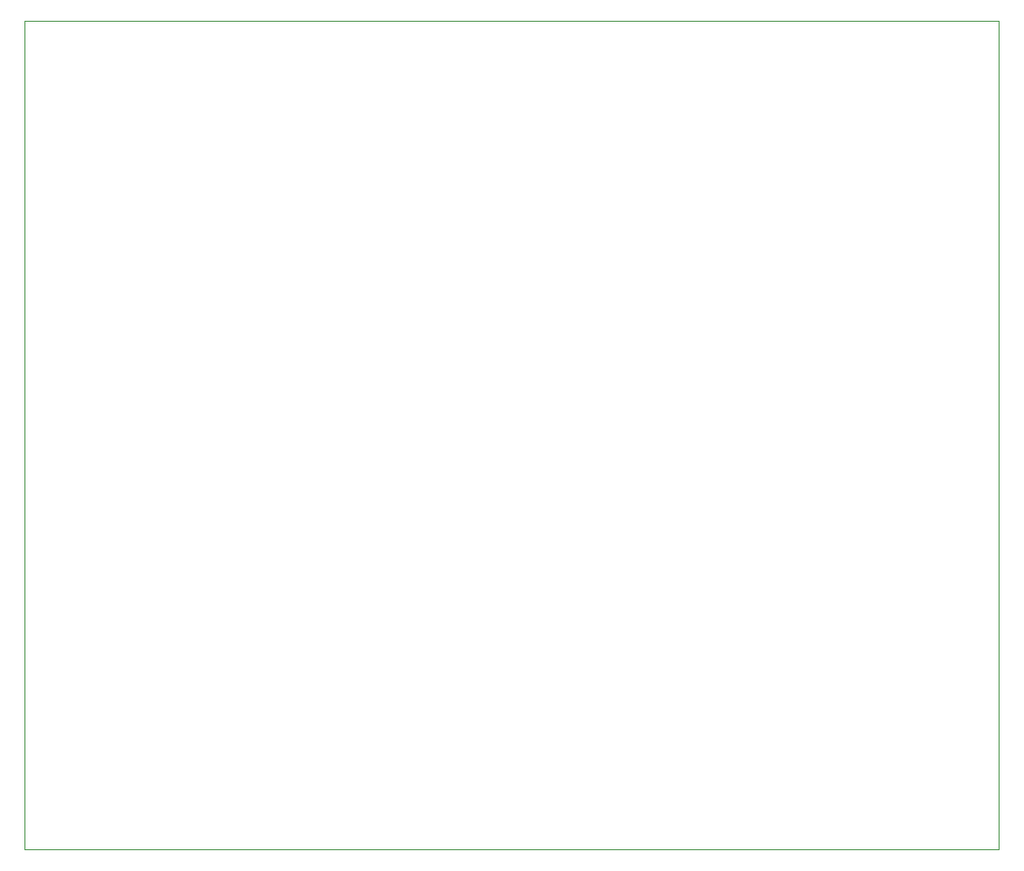
<source format=gm1>
G04 #@! TF.FileFunction,Profile,NP*
%FSLAX46Y46*%
G04 Gerber Fmt 4.6, Leading zero omitted, Abs format (unit mm)*
G04 Created by KiCad (PCBNEW 4.0.3+e1-6302~38~ubuntu14.04.1-stable) date Mon Jan 30 16:46:43 2017*
%MOMM*%
%LPD*%
G01*
G04 APERTURE LIST*
%ADD10C,0.100000*%
G04 APERTURE END LIST*
D10*
X145000000Y-20500000D02*
X54000000Y-20500000D01*
X145000000Y-98000000D02*
X145000000Y-20500000D01*
X54000000Y-98000000D02*
X145000000Y-98000000D01*
X54000000Y-20500000D02*
X54000000Y-98000000D01*
M02*

</source>
